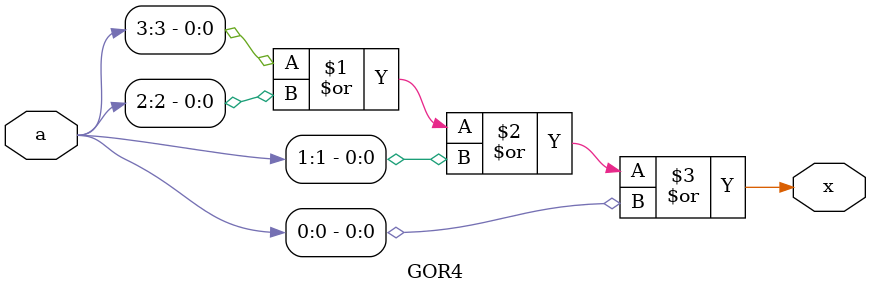
<source format=v>

module GOR4(a,x);
	input [3:0] a;
	output x;
//ASIGNACIONES
assign x= a[3]|a[2]|a[1]|a[0];
endmodule
</source>
